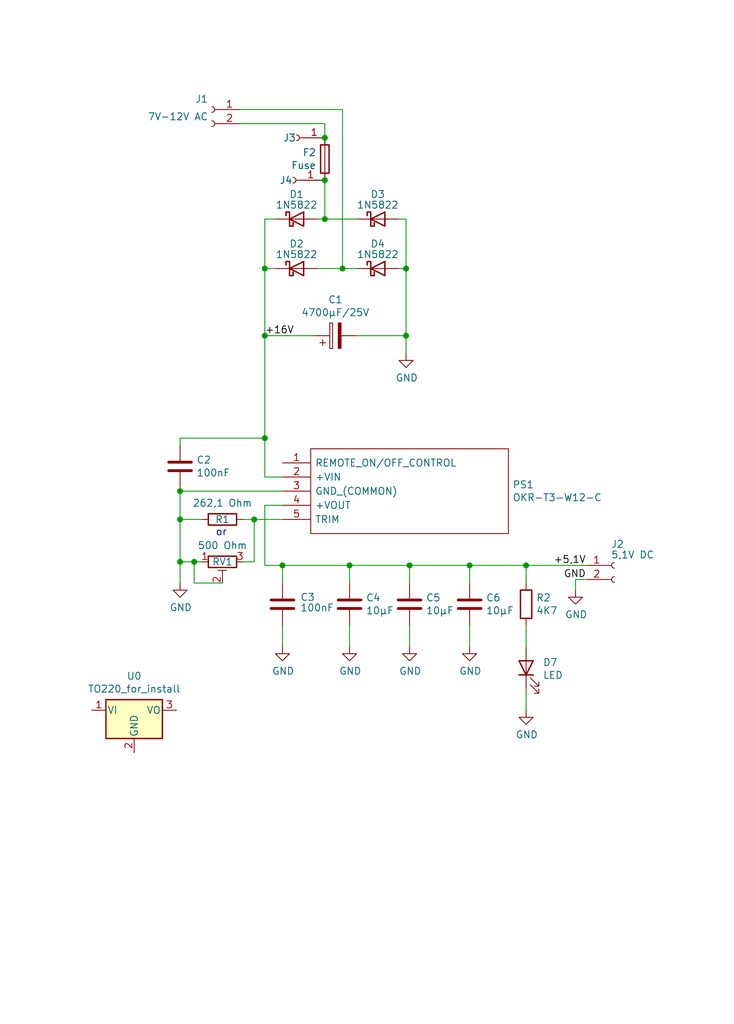
<source format=kicad_sch>
(kicad_sch (version 20230121) (generator eeschema)
  (paper "User" 132.004 183.998)
  (title_block (title "C64-PSU-Board (Drop-In replacement)") (date "2022-02-06 / Last Change: 2024-02-18") (rev "D") (comment 4 "OSHW"))
  (lib_symbols
    (symbol "C64-PSU-PCB-replacement-for-902503-06-rescue:CP-Device" (pin_numbers hide) (pin_names (offset 0.254))
      (property "Reference" "C" (at 0.635 2.54 0))
      (property "Value" "Device_CP" (at 0.635 -2.54 0))
      (symbol "CP-Device_0_1"
        (rectangle (start -2.286 0.508) (end 2.286 1.016))
        (polyline (pts (xy -1.778 2.286) (xy -0.762 2.286)))
        (polyline (pts (xy -1.27 2.794) (xy -1.27 1.778)))
        (rectangle (start 2.286 -0.508) (end -2.286 -1.016) (fill (type outline)))
      )
      (symbol "CP-Device_1_1"
        (pin passive line (at 0 3.81 270) (length 2.794) (name "~") (number "1"))
        (pin passive line (at 0 -3.81 90) (length 2.794) (name "~") (number "2"))
      )
    )
    (symbol "C64-PSU-PCB-replacement-for-902503-06-rescue:Conn_01x01_Female-Connector" (pin_names (offset 1.016) hide)
      (property "Reference" "J" (at 0 2.54 0))
      (property "Value" "Connector_Conn_01x01_Female" (at 0 -2.54 0))
      (symbol "Conn_01x01_Female-Connector_1_1"
        (polyline (pts (xy -1.27 0) (xy -0.508 0)) (stroke (width 0.1524)))
        (arc (start 0 0.508) (mid -0.5058 0) (end 0 -0.508) (stroke (width 0.1524)))
        (pin passive line (at -5.08 0 0) (length 3.81) (name "Pin_1") (number "1"))
      )
    )
    (symbol "C64-PSU-PCB-replacement-for-902503-06-rescue:Conn_01x02_Female-Connector" (pin_names (offset 1.016) hide)
      (property "Reference" "J" (at 0 2.54 0))
      (property "Value" "Connector_Conn_01x02_Female" (at 0 -5.08 0))
      (symbol "Conn_01x02_Female-Connector_1_1"
        (arc (start 0 -2.032) (mid -0.5058 -2.54) (end 0 -3.048) (stroke (width 0.1524)))
        (polyline (pts (xy -1.27 -2.54) (xy -0.508 -2.54)) (stroke (width 0.1524)))
        (polyline (pts (xy -1.27 0) (xy -0.508 0)) (stroke (width 0.1524)))
        (arc (start 0 0.508) (mid -0.5058 0) (end 0 -0.508) (stroke (width 0.1524)))
        (pin passive line (at -5.08 0 0) (length 3.81) (name "Pin_1") (number "1"))
        (pin passive line (at -5.08 -2.54 0) (length 3.81) (name "Pin_2") (number "2"))
      )
    )
    (symbol "C64-PSU-PCB-replacement-for-902503-06-rescue:OKR-T_1.5-W12-C-SamacSys_Parts" (pin_names (offset 0.762))
      (property "Reference" "PS" (at 41.91 7.62 0))
      (property "Value" "SamacSys_Parts_OKR-T_1.5-W12-C" (at 41.91 5.08 0))
      (symbol "OKR-T_1.5-W12-C-SamacSys_Parts_0_0"
        (pin unspecified line (at 0 0 0) (length 5.08) (name "REMOTE_ON/OFF_CONTROL") (number "1"))
        (pin unspecified line (at 0 -2.54 0) (length 5.08) (name "+VIN") (number "2"))
        (pin unspecified line (at 0 -5.08 0) (length 5.08) (name "GND_(COMMON)") (number "3"))
        (pin unspecified line (at 0 -7.62 0) (length 5.08) (name "+VOUT") (number "4"))
        (pin unspecified line (at 0 -10.16 0) (length 5.08) (name "TRIM") (number "5"))
      )
      (symbol "OKR-T_1.5-W12-C-SamacSys_Parts_0_1"
        (polyline (pts (xy 5.08 2.54) (xy 40.64 2.54) (xy 40.64 -12.7) (xy 5.08 -12.7) (xy 5.08 2.54)) (stroke (width 0.1524)))
      )
    )
    (symbol "C64-PSU-PCB-replacement-for-902503-06-rescue:R_POT_TRIM-Device" (pin_names (offset 1.016) hide)
      (property "Reference" "RV" (at -4.445 0 90))
      (property "Value" "Device_R_POT_TRIM" (at -2.54 0 90))
      (symbol "R_POT_TRIM-Device_0_1"
        (polyline (pts (xy 1.524 0.762) (xy 1.524 -0.762)))
        (polyline (pts (xy 2.54 0) (xy 1.524 0)))
        (rectangle (start 1.016 2.54) (end -1.016 -2.54) (stroke (width 0.254)))
      )
      (symbol "R_POT_TRIM-Device_1_1"
        (pin passive line (at 0 3.81 270) (length 1.27) (name "1") (number "1"))
        (pin passive line (at 3.81 0 180) (length 1.27) (name "2") (number "2"))
        (pin passive line (at 0 -3.81 90) (length 1.27) (name "3") (number "3"))
      )
    )
    (symbol "Device:C" (pin_numbers hide) (pin_names (offset 0.254))
      (property "Reference" "C" (at 0.635 2.54 0))
      (property "Value" "C" (at 0.635 -2.54 0))
      (symbol "C_0_1"
        (polyline (pts (xy -2.032 -0.762) (xy 2.032 -0.762)) (stroke (width 0.508)))
        (polyline (pts (xy -2.032 0.762) (xy 2.032 0.762)) (stroke (width 0.508)))
      )
      (symbol "C_1_1"
        (pin passive line (at 0 3.81 270) (length 2.794) (name "~") (number "1"))
        (pin passive line (at 0 -3.81 90) (length 2.794) (name "~") (number "2"))
      )
    )
    (symbol "Device:Fuse" (pin_numbers hide) (pin_names (offset 0))
      (property "Reference" "F" (at 2.032 0 90))
      (property "Value" "Fuse" (at -1.905 0 90))
      (symbol "Fuse_0_1"
        (rectangle (start -0.762 -2.54) (end 0.762 2.54) (stroke (width 0.254)))
        (polyline (pts (xy 0 2.54) (xy 0 -2.54)))
      )
      (symbol "Fuse_1_1"
        (pin passive line (at 0 3.81 270) (length 1.27) (name "~") (number "1"))
        (pin passive line (at 0 -3.81 90) (length 1.27) (name "~") (number "2"))
      )
    )
    (symbol "Device:LED" (pin_numbers hide) (pin_names (offset 1.016) hide)
      (property "Reference" "D" (at 0 2.54 0))
      (property "Value" "LED" (at 0 -2.54 0))
      (symbol "LED_0_1"
        (polyline (pts (xy -1.27 -1.27) (xy -1.27 1.27)) (stroke (width 0.254)))
        (polyline (pts (xy -1.27 0) (xy 1.27 0)))
        (polyline (pts (xy 1.27 -1.27) (xy 1.27 1.27) (xy -1.27 0) (xy 1.27 -1.27)) (stroke (width 0.254)))
        (polyline (pts (xy -3.048 -0.762) (xy -4.572 -2.286) (xy -3.81 -2.286) (xy -4.572 -2.286) (xy -4.572 -1.524)))
        (polyline (pts (xy -1.778 -0.762) (xy -3.302 -2.286) (xy -2.54 -2.286) (xy -3.302 -2.286) (xy -3.302 -1.524)))
      )
      (symbol "LED_1_1"
        (pin passive line (at -3.81 0 0) (length 2.54) (name "K") (number "1"))
        (pin passive line (at 3.81 0 180) (length 2.54) (name "A") (number "2"))
      )
    )
    (symbol "Device:R" (pin_numbers hide) (pin_names (offset 0))
      (property "Reference" "R" (at 2.032 0 90))
      (property "Value" "R" (at 0 0 90))
      (symbol "R_0_1"
        (rectangle (start -1.016 -2.54) (end 1.016 2.54) (stroke (width 0.254)))
      )
      (symbol "R_1_1"
        (pin passive line (at 0 3.81 270) (length 1.27) (name "~") (number "1"))
        (pin passive line (at 0 -3.81 90) (length 1.27) (name "~") (number "2"))
      )
    )
    (symbol "Diode:1N5822" (pin_numbers hide) (pin_names (offset 1.016) hide)
      (property "Reference" "D" (at 0 2.54 0))
      (property "Value" "1N5822" (at 0 -2.54 0))
      (symbol "1N5822_0_1"
        (polyline (pts (xy 1.27 0) (xy -1.27 0)))
        (polyline (pts (xy 1.27 1.27) (xy 1.27 -1.27) (xy -1.27 0) (xy 1.27 1.27)) (stroke (width 0.254)))
        (polyline (pts (xy -1.905 0.635) (xy -1.905 1.27) (xy -1.27 1.27) (xy -1.27 -1.27) (xy -0.635 -1.27) (xy -0.635 -0.635)) (stroke (width 0.254)))
      )
      (symbol "1N5822_1_1"
        (pin passive line (at -3.81 0 0) (length 2.54) (name "K") (number "1"))
        (pin passive line (at 3.81 0 180) (length 2.54) (name "A") (number "2"))
      )
    )
    (symbol "Regulator_Linear:LM7805_TO220" (pin_names (offset 0.254))
      (property "Reference" "U" (at -3.81 3.175 0))
      (property "Value" "LM7805_TO220" (at 0 3.175 0))
      (symbol "LM7805_TO220_0_1"
        (rectangle (start -5.08 1.905) (end 5.08 -5.08) (stroke (width 0.254)) (fill (type background)))
      )
      (symbol "LM7805_TO220_1_1"
        (pin power_in line (at -7.62 0 0) (length 2.54) (name "VI") (number "1"))
        (pin power_in line (at 0 -7.62 90) (length 2.54) (name "GND") (number "2"))
        (pin power_out line (at 7.62 0 180) (length 2.54) (name "VO") (number "3"))
      )
    )
    (symbol "power:GND" (power) (pin_names (offset 0))
      (property "Value" "GND" (at 0 -3.81 0))
      (symbol "GND_0_1"
        (polyline (pts (xy 0 0) (xy 0 -1.27) (xy 1.27 -1.27) (xy 0 -2.54) (xy -1.27 -1.27) (xy 0 -1.27)))
      )
      (symbol "GND_1_1"
        (pin power_in line (at 0 0 270) (length 0) hide (name "GND") (number "1"))
      )
    )
  )
  (junction (at 58.42 32.385))
  (junction (at 84.455 101.6))
  (junction (at 58.42 24.765))
  (junction (at 34.925 100.965))
  (junction (at 32.385 93.345))
  (junction (at 47.625 60.325))
  (junction (at 50.8 101.6))
  (junction (at 32.385 88.265))
  (junction (at 58.42 39.37))
  (junction (at 47.625 48.26))
  (junction (at 32.385 100.965))
  (junction (at 47.625 78.74))
  (junction (at 73.025 48.26))
  (junction (at 45.72 93.345))
  (junction (at 73.66 101.6))
  (junction (at 73.025 60.325))
  (junction (at 62.865 101.6))
  (junction (at 94.615 101.6))
  (junction (at 61.595 48.26))
  (wire (pts (xy 49.53 39.37) (xy 47.625 39.37)))
  (wire (pts (xy 73.025 39.37) (xy 73.025 48.26)))
  (wire (pts (xy 73.66 104.775) (xy 73.66 101.6)))
  (wire (pts (xy 62.865 101.6) (xy 73.66 101.6)))
  (wire (pts (xy 47.625 78.74) (xy 47.625 60.325)))
  (wire (pts (xy 58.42 22.225) (xy 43.18 22.225)))
  (wire (pts (xy 50.8 90.805) (xy 47.625 90.805)))
  (wire (pts (xy 47.625 60.325) (xy 47.625 48.26)))
  (wire (pts (xy 50.8 85.725) (xy 47.625 85.725)))
  (wire (pts (xy 32.385 88.265) (xy 32.385 93.345)))
  (wire (pts (xy 32.385 100.965) (xy 32.385 104.775)))
  (wire (pts (xy 73.025 48.26) (xy 71.755 48.26)))
  (wire (pts (xy 94.615 112.395) (xy 94.615 116.205)))
  (wire (pts (xy 34.925 100.965) (xy 36.195 100.965)))
  (wire (pts (xy 64.135 60.325) (xy 73.025 60.325)))
  (wire (pts (xy 58.42 32.385) (xy 58.42 39.37)))
  (wire (pts (xy 50.8 112.395) (xy 50.8 116.205)))
  (wire (pts (xy 56.515 60.325) (xy 47.625 60.325)))
  (wire (pts (xy 43.815 100.965) (xy 45.72 100.965)))
  (wire (pts (xy 36.195 93.345) (xy 32.385 93.345)))
  (wire (pts (xy 58.42 22.225) (xy 58.42 24.765)))
  (wire (pts (xy 32.385 93.345) (xy 32.385 100.965)))
  (wire (pts (xy 57.15 48.26) (xy 61.595 48.26)))
  (wire (pts (xy 32.385 80.01) (xy 32.385 78.74)))
  (wire (pts (xy 61.595 19.685) (xy 61.595 48.26)))
  (wire (pts (xy 103.505 104.14) (xy 103.505 106.045)))
  (wire (pts (xy 71.755 39.37) (xy 73.025 39.37)))
  (wire (pts (xy 47.625 101.6) (xy 50.8 101.6)))
  (wire (pts (xy 57.785 32.385) (xy 58.42 32.385)))
  (wire (pts (xy 32.385 88.265) (xy 50.8 88.265)))
  (wire (pts (xy 94.615 104.775) (xy 94.615 101.6)))
  (wire (pts (xy 32.385 78.74) (xy 47.625 78.74)))
  (wire (pts (xy 50.8 101.6) (xy 62.865 101.6)))
  (wire (pts (xy 73.66 101.6) (xy 84.455 101.6)))
  (wire (pts (xy 47.625 39.37) (xy 47.625 48.26)))
  (wire (pts (xy 47.625 90.805) (xy 47.625 101.6)))
  (wire (pts (xy 43.18 19.685) (xy 61.595 19.685)))
  (wire (pts (xy 32.385 87.63) (xy 32.385 88.265)))
  (wire (pts (xy 62.865 104.775) (xy 62.865 101.6)))
  (wire (pts (xy 43.815 93.345) (xy 45.72 93.345)))
  (wire (pts (xy 47.625 48.26) (xy 49.53 48.26)))
  (wire (pts (xy 45.72 100.965) (xy 45.72 93.345)))
  (wire (pts (xy 34.925 104.775) (xy 34.925 100.965)))
  (wire (pts (xy 45.72 93.345) (xy 50.8 93.345)))
  (wire (pts (xy 73.025 63.5) (xy 73.025 60.325)))
  (wire (pts (xy 73.025 48.26) (xy 73.025 60.325)))
  (wire (pts (xy 32.385 100.965) (xy 34.925 100.965)))
  (wire (pts (xy 50.8 101.6) (xy 50.8 104.775)))
  (wire (pts (xy 62.865 112.395) (xy 62.865 116.205)))
  (wire (pts (xy 84.455 112.395) (xy 84.455 116.205)))
  (wire (pts (xy 73.66 112.395) (xy 73.66 116.205)))
  (wire (pts (xy 47.625 85.725) (xy 47.625 78.74)))
  (wire (pts (xy 84.455 101.6) (xy 94.615 101.6)))
  (wire (pts (xy 105.41 104.14) (xy 103.505 104.14)))
  (wire (pts (xy 61.595 48.26) (xy 64.135 48.26)))
  (wire (pts (xy 84.455 104.775) (xy 84.455 101.6)))
  (wire (pts (xy 94.615 123.825) (xy 94.615 127.635)))
  (wire (pts (xy 94.615 101.6) (xy 105.41 101.6)))
  (wire (pts (xy 58.42 39.37) (xy 64.135 39.37)))
  (wire (pts (xy 40.005 104.775) (xy 34.925 104.775)))
  (wire (pts (xy 57.15 39.37) (xy 58.42 39.37)))
  (text "or" (at 38.735 96.52 0) (effects (font (size 1.27 1.27)) (justify left bottom)))
  (label "GND" (at 105.41 104.14 180))
  (label "+5,1V" (at 105.41 101.6 180))
  (label "+16V" (at 47.625 60.325 0))
  (symbol (lib_id "Device:Fuse") (at 58.42 28.575 0) (mirror y) (unit 1)
    (property "Reference" "F2" (at 56.896 27.4066 0) (effects (justify left)))
    (property "Value" "Fuse" (at 56.896 29.718 0) (effects (justify left)))
    (property "Footprint" "Fuse:Fuseholder_Cylinder-5x20mm_Schurter_0031_8201_Horizontal_Open" (effects hide))
  )
  (symbol (lib_id "Regulator_Linear:LM7805_TO220") (at 24.13 127.635 0) (unit 1)
    (property "Reference" "U0" (at 24.13 121.4882 0))
    (property "Value" "TO220_for_install" (at 24.13 123.7996 0))
    (property "Footprint" "Package_TO_SOT_THT:TO-220-3_Vertical" (effects hide))
    (property "Datasheet" "https://www.onsemi.cn/PowerSolutions/document/MC7800-D.PDF" (effects hide))
  )
  (symbol (lib_id "C64-PSU-PCB-replacement-for-902503-06-rescue:Conn_01x01_Female-Connector") (at 53.34 24.765 180) (unit 1)
    (property "Reference" "J3" (at 52.07 24.765 0))
    (property "Value" "F-Mount" (effects hide))
    (property "Footprint" "Connector_Pin:Pin_D1.3mm_L11.0mm" (effects hide))
  )
  (symbol (lib_id "C64-PSU-PCB-replacement-for-902503-06-rescue:Conn_01x01_Female-Connector") (at 52.705 32.385 180) (unit 1)
    (property "Reference" "J4" (at 51.435 32.385 0))
    (property "Value" "F-Mount" (effects hide))
    (property "Footprint" "Connector_Pin:Pin_D1.3mm_L11.0mm" (effects hide))
  )
  (symbol (lib_id "Device:R") (at 94.615 108.585 0) (unit 1)
    (property "Reference" "R2" (at 96.393 107.4166 0) (effects (justify left)))
    (property "Value" "4K7" (at 96.393 109.728 0) (effects (justify left)))
    (property "Footprint" "Resistor_SMD:R_0805_2012Metric_Pad1.20x1.40mm_HandSolder" (effects hide))
  )
  (symbol (lib_id "Device:LED") (at 94.615 120.015 90) (unit 1)
    (property "Reference" "D7" (at 97.6122 119.0244 90) (effects (justify right)))
    (property "Value" "LED" (at 97.6122 121.3358 90) (effects (justify right)))
    (property "Footprint" "Diode_SMD:D_1210_3225Metric_Pad1.42x2.65mm_HandSolder" (effects hide))
  )
  (symbol (lib_id "power:GND") (at 94.615 127.635 0) (unit 1)
    (property "Reference" "#PWR0107" (effects hide))
    (property "Value" "GND" (at 94.742 132.0292 0))
  )
  (symbol (lib_id "Device:C") (at 32.385 83.82 0) (unit 1)
    (property "Reference" "C2" (at 35.306 82.6516 0) (effects (justify left)))
    (property "Value" "100nF" (at 35.306 84.963 0) (effects (justify left)))
    (property "Footprint" "Capacitor_SMD:C_0603_1608Metric_Pad1.08x0.95mm_HandSolder" (effects hide))
  )
  (symbol (lib_id "Device:C") (at 50.8 108.585 0) (mirror x) (unit 1)
    (property "Reference" "C3" (at 53.975 107.315 0) (effects (justify left)))
    (property "Value" "100nF" (at 53.975 109.22 0) (effects (justify left)))
    (property "Footprint" "Capacitor_SMD:C_0603_1608Metric_Pad1.08x0.95mm_HandSolder" (effects hide))
  )
  (symbol (lib_id "power:GND") (at 50.8 116.205 0) (unit 1)
    (property "Reference" "#PWR0108" (effects hide))
    (property "Value" "GND" (at 50.927 120.5992 0))
  )
  (symbol (lib_id "Diode:1N5822") (at 53.34 39.37 0) (unit 1)
    (property "Reference" "D1" (at 53.34 34.925 0))
    (property "Value" "1N5822" (at 53.34 36.83 0))
    (property "Footprint" "Diode_THT:D_DO-201AD_P15.24mm_Horizontal" (effects hide))
    (property "Datasheet" "http://www.vishay.com/docs/88526/1n5820.pdf" (effects hide))
  )
  (symbol (lib_id "Diode:1N5822") (at 67.945 39.37 0) (unit 1)
    (property "Reference" "D3" (at 67.945 34.925 0))
    (property "Value" "1N5822" (at 67.945 36.83 0))
    (property "Footprint" "Diode_THT:D_DO-201AD_P15.24mm_Horizontal" (effects hide))
    (property "Datasheet" "http://www.vishay.com/docs/88526/1n5820.pdf" (effects hide))
  )
  (symbol (lib_id "Diode:1N5822") (at 53.34 48.26 0) (unit 1)
    (property "Reference" "D2" (at 53.34 43.815 0))
    (property "Value" "1N5822" (at 53.34 45.72 0))
    (property "Footprint" "Diode_THT:D_DO-201AD_P15.24mm_Horizontal" (effects hide))
    (property "Datasheet" "http://www.vishay.com/docs/88526/1n5820.pdf" (effects hide))
  )
  (symbol (lib_id "Diode:1N5822") (at 67.945 48.26 0) (unit 1)
    (property "Reference" "D4" (at 67.945 43.815 0))
    (property "Value" "1N5822" (at 67.945 45.72 0))
    (property "Footprint" "Diode_THT:D_DO-201AD_P15.24mm_Horizontal" (effects hide))
    (property "Datasheet" "http://www.vishay.com/docs/88526/1n5820.pdf" (effects hide))
  )
  (symbol (lib_id "power:GND") (at 73.025 63.5 0) (unit 1)
    (property "Reference" "#PWR0101" (effects hide))
    (property "Value" "GND" (at 73.152 67.8942 0))
  )
  (symbol (lib_id "C64-PSU-PCB-replacement-for-902503-06-rescue:Conn_01x02_Female-Connector") (at 38.1 19.685 0) (mirror y) (unit 1)
    (property "Reference" "J1" (at 37.465 17.78 0) (effects (justify left)))
    (property "Value" "7V-12V AC" (at 37.465 20.955 0) (effects (justify left)))
    (property "Footprint" "Connector_PinHeader_2.54mm:PinHeader_1x02_P2.54mm_Vertical" (effects hide))
  )
  (symbol (lib_id "C64-PSU-PCB-replacement-for-902503-06-rescue:CP-Device") (at 60.325 60.325 90) (unit 1)
    (property "Reference" "C1" (at 60.325 53.848 90))
    (property "Value" "4700µF/25V" (at 60.325 56.1594 90))
    (property "Footprint" "Capacitor_THT:CP_Axial_L46.0mm_D20.0mm_P52.00mm_Horizontal" (effects hide))
  )
  (symbol (lib_id "C64-PSU-PCB-replacement-for-902503-06-rescue:OKR-T_1.5-W12-C-SamacSys_Parts") (at 50.8 83.185 0) (unit 1)
    (property "Reference" "PS1" (at 92.1512 87.0966 0) (effects (justify left)))
    (property "Value" "OKR-T3-W12-C" (at 92.1512 89.408 0) (effects (justify left)))
    (property "Footprint" "OKRT15W12C" (effects hide))
    (property "Datasheet" "https://componentsearchengine.com/Datasheets/1/OKR-T_1.5-W12-C.pdf" (effects hide))
    (property "Description" "MURATA POWER SOLUTIONS - OKR-T/1.5-W12-C - DC-DC CONVERTER, NON-ISO POL, ADJUSTABLE O/P, 1.5A, 7.5W" (effects hide))
    (property "Height" "10.16" (effects hide))
    (property "Mouser Part Number" "580-OKR-T/1.5-W12-C" (effects hide))
    (property "Mouser Price/Stock" "https://www.mouser.com/Search/Refine.aspx?Keyword=580-OKR-T%2F1.5-W12-C" (effects hide))
    (property "Manufacturer_Name" "Murata Electronics" (effects hide))
    (property "Manufacturer_Part_Number" "OKR-T/1.5-W12-C" (effects hide))
  )
  (symbol (lib_id "power:GND") (at 32.385 104.775 0) (unit 1)
    (property "Reference" "#PWR0102" (effects hide))
    (property "Value" "GND" (at 32.512 109.1692 0))
  )
  (symbol (lib_id "Device:R") (at 40.005 93.345 270) (unit 1)
    (property "Reference" "R1" (at 40.005 93.345 90))
    (property "Value" "262,1 Ohm" (at 40.005 90.3986 90))
    (property "Footprint" "Resistor_THT:R_Axial_DIN0204_L3.6mm_D1.6mm_P7.62mm_Horizontal" (effects hide))
  )
  (symbol (lib_id "C64-PSU-PCB-replacement-for-902503-06-rescue:Conn_01x02_Female-Connector") (at 110.49 101.6 0) (unit 1)
    (property "Reference" "J2" (at 109.855 97.79 0) (effects (justify left)))
    (property "Value" "5,1V DC" (at 109.855 99.695 0) (effects (justify left)))
    (property "Footprint" "Connector_PinHeader_2.54mm:PinHeader_1x02_P2.54mm_Vertical" (effects hide))
  )
  (symbol (lib_id "power:GND") (at 103.505 106.045 0) (unit 1)
    (property "Reference" "#PWR0103" (effects hide))
    (property "Value" "GND" (at 103.632 110.4392 0))
  )
  (symbol (lib_id "C64-PSU-PCB-replacement-for-902503-06-rescue:R_POT_TRIM-Device") (at 40.005 100.965 90) (mirror x) (unit 1)
    (property "Reference" "RV1" (at 40.005 100.965 90))
    (property "Value" "500 Ohm" (at 40.005 98.0186 90))
    (property "Footprint" "Potentiometer_THT:Potentiometer_Bourns_3296Z_Horizontal" (effects hide))
  )
  (symbol (lib_id "Device:C") (at 62.865 108.585 0) (unit 1)
    (property "Reference" "C4" (at 65.786 107.4166 0) (effects (justify left)))
    (property "Value" "10µF" (at 65.786 109.728 0) (effects (justify left)))
    (property "Footprint" "Capacitor_THT:C_Axial_L3.8mm_D2.6mm_P7.50mm_Horizontal" (effects hide))
  )
  (symbol (lib_id "Device:C") (at 73.66 108.585 0) (unit 1)
    (property "Reference" "C5" (at 76.581 107.4166 0) (effects (justify left)))
    (property "Value" "10µF" (at 76.581 109.728 0) (effects (justify left)))
    (property "Footprint" "Capacitor_THT:C_Axial_L3.8mm_D2.6mm_P7.50mm_Horizontal" (effects hide))
  )
  (symbol (lib_id "Device:C") (at 84.455 108.585 0) (unit 1)
    (property "Reference" "C6" (at 87.376 107.4166 0) (effects (justify left)))
    (property "Value" "10µF" (at 87.376 109.728 0) (effects (justify left)))
    (property "Footprint" "Capacitor_THT:C_Axial_L3.8mm_D2.6mm_P7.50mm_Horizontal" (effects hide))
  )
  (symbol (lib_id "power:GND") (at 62.865 116.205 0) (unit 1)
    (property "Reference" "#PWR0104" (effects hide))
    (property "Value" "GND" (at 62.992 120.5992 0))
  )
  (symbol (lib_id "power:GND") (at 73.66 116.205 0) (unit 1)
    (property "Reference" "#PWR0105" (effects hide))
    (property "Value" "GND" (at 73.787 120.5992 0))
  )
  (symbol (lib_id "power:GND") (at 84.455 116.205 0) (unit 1)
    (property "Reference" "#PWR0106" (effects hide))
    (property "Value" "GND" (at 84.582 120.5992 0))
  )
)
</source>
